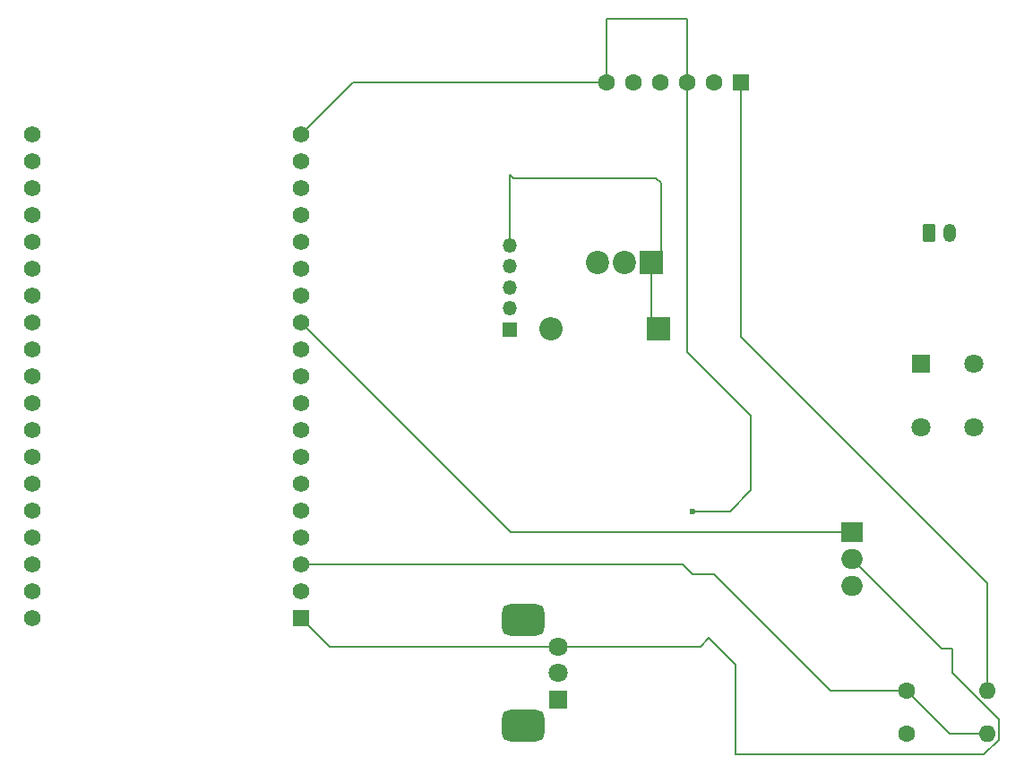
<source format=gbr>
%TF.GenerationSoftware,KiCad,Pcbnew,8.0.7*%
%TF.CreationDate,2025-06-16T00:37:15-04:00*%
%TF.ProjectId,controller,636f6e74-726f-46c6-9c65-722e6b696361,rev?*%
%TF.SameCoordinates,Original*%
%TF.FileFunction,Copper,L2,Bot*%
%TF.FilePolarity,Positive*%
%FSLAX46Y46*%
G04 Gerber Fmt 4.6, Leading zero omitted, Abs format (unit mm)*
G04 Created by KiCad (PCBNEW 8.0.7) date 2025-06-16 00:37:15*
%MOMM*%
%LPD*%
G01*
G04 APERTURE LIST*
G04 Aperture macros list*
%AMRoundRect*
0 Rectangle with rounded corners*
0 $1 Rounding radius*
0 $2 $3 $4 $5 $6 $7 $8 $9 X,Y pos of 4 corners*
0 Add a 4 corners polygon primitive as box body*
4,1,4,$2,$3,$4,$5,$6,$7,$8,$9,$2,$3,0*
0 Add four circle primitives for the rounded corners*
1,1,$1+$1,$2,$3*
1,1,$1+$1,$4,$5*
1,1,$1+$1,$6,$7*
1,1,$1+$1,$8,$9*
0 Add four rect primitives between the rounded corners*
20,1,$1+$1,$2,$3,$4,$5,0*
20,1,$1+$1,$4,$5,$6,$7,0*
20,1,$1+$1,$6,$7,$8,$9,0*
20,1,$1+$1,$8,$9,$2,$3,0*%
G04 Aperture macros list end*
%TA.AperFunction,ComponentPad*%
%ADD10C,1.600000*%
%TD*%
%TA.AperFunction,ComponentPad*%
%ADD11O,1.600000X1.600000*%
%TD*%
%TA.AperFunction,ComponentPad*%
%ADD12R,1.800000X1.800000*%
%TD*%
%TA.AperFunction,ComponentPad*%
%ADD13C,1.800000*%
%TD*%
%TA.AperFunction,ComponentPad*%
%ADD14RoundRect,0.750000X-1.250000X-0.750000X1.250000X-0.750000X1.250000X0.750000X-1.250000X0.750000X0*%
%TD*%
%TA.AperFunction,ComponentPad*%
%ADD15R,2.200000X2.200000*%
%TD*%
%TA.AperFunction,ComponentPad*%
%ADD16C,2.200000*%
%TD*%
%TA.AperFunction,ComponentPad*%
%ADD17R,2.000000X1.905000*%
%TD*%
%TA.AperFunction,ComponentPad*%
%ADD18O,2.000000X1.905000*%
%TD*%
%TA.AperFunction,ComponentPad*%
%ADD19R,1.560000X1.560000*%
%TD*%
%TA.AperFunction,ComponentPad*%
%ADD20C,1.560000*%
%TD*%
%TA.AperFunction,ComponentPad*%
%ADD21RoundRect,0.250000X-0.350000X-0.625000X0.350000X-0.625000X0.350000X0.625000X-0.350000X0.625000X0*%
%TD*%
%TA.AperFunction,ComponentPad*%
%ADD22O,1.200000X1.750000*%
%TD*%
%TA.AperFunction,ComponentPad*%
%ADD23R,1.600200X1.600200*%
%TD*%
%TA.AperFunction,ComponentPad*%
%ADD24C,1.600200*%
%TD*%
%TA.AperFunction,ComponentPad*%
%ADD25R,1.350000X1.350000*%
%TD*%
%TA.AperFunction,ComponentPad*%
%ADD26O,1.350000X1.350000*%
%TD*%
%TA.AperFunction,ComponentPad*%
%ADD27O,2.200000X2.200000*%
%TD*%
%TA.AperFunction,ViaPad*%
%ADD28C,0.600000*%
%TD*%
%TA.AperFunction,Conductor*%
%ADD29C,0.200000*%
%TD*%
G04 APERTURE END LIST*
D10*
%TO.P,R2,1*%
%TO.N,Net-(BT1--)*%
X173690000Y-116550000D03*
D11*
%TO.P,R2,2*%
%TO.N,Net-(U3-SENSOR_VP)*%
X181310000Y-116550000D03*
%TD*%
D12*
%TO.P,RV1,1,1*%
%TO.N,Net-(BT1--)*%
X140775000Y-113300000D03*
D13*
%TO.P,RV1,2,2*%
%TO.N,Net-(U3-IO35)*%
X140775000Y-110800000D03*
%TO.P,RV1,3,3*%
%TO.N,Net-(D1-K)*%
X140775000Y-108300000D03*
D14*
%TO.P,RV1,MP*%
%TO.N,N/C*%
X137475000Y-115800000D03*
X137475000Y-105800000D03*
%TD*%
D15*
%TO.P,J1,1,Pin_1*%
%TO.N,Net-(D1-K)*%
X149580000Y-72000000D03*
D16*
%TO.P,J1,2,Pin_2*%
%TO.N,Net-(D1-A)*%
X147040000Y-72000000D03*
%TO.P,J1,3*%
%TO.N,N/C*%
X144500000Y-72000000D03*
%TD*%
D17*
%TO.P,Q2,1,G*%
%TO.N,Net-(Q2-G)*%
X168500000Y-97460000D03*
D18*
%TO.P,Q2,2,D*%
%TO.N,Net-(D1-K)*%
X168500000Y-100000000D03*
%TO.P,Q2,3,S*%
%TO.N,Net-(BT1--)*%
X168500000Y-102540000D03*
%TD*%
D19*
%TO.P,U3,J2-1,3V3*%
%TO.N,Net-(D1-K)*%
X116500000Y-105620000D03*
D20*
%TO.P,U3,J2-2,EN*%
%TO.N,unconnected-(U3-EN-PadJ2-2)*%
X116500000Y-103080000D03*
%TO.P,U3,J2-3,SENSOR_VP*%
%TO.N,Net-(U3-SENSOR_VP)*%
X116500000Y-100540000D03*
%TO.P,U3,J2-4,SENSOR_VN*%
%TO.N,unconnected-(U3-SENSOR_VN-PadJ2-4)*%
X116500000Y-98000000D03*
%TO.P,U3,J2-5,IO34*%
%TO.N,unconnected-(U3-IO34-PadJ2-5)*%
X116500000Y-95460000D03*
%TO.P,U3,J2-6,IO35*%
%TO.N,Net-(U3-IO35)*%
X116500000Y-92920000D03*
%TO.P,U3,J2-7,IO32*%
%TO.N,Net-(J2-Pin_1)*%
X116500000Y-90380000D03*
%TO.P,U3,J2-8,IO33*%
%TO.N,Net-(J2-Pin_2)*%
X116500000Y-87840000D03*
%TO.P,U3,J2-9,IO25*%
%TO.N,Net-(J2-Pin_3)*%
X116500000Y-85300000D03*
%TO.P,U3,J2-10,IO26*%
%TO.N,unconnected-(U3-IO26-PadJ2-10)*%
X116500000Y-82760000D03*
%TO.P,U3,J2-11,IO27*%
%TO.N,unconnected-(U3-IO27-PadJ2-11)*%
X116500000Y-80220000D03*
%TO.P,U3,J2-12,IO14*%
%TO.N,Net-(Q2-G)*%
X116500000Y-77680000D03*
%TO.P,U3,J2-13,IO12*%
%TO.N,unconnected-(U3-IO12-PadJ2-13)*%
X116500000Y-75140000D03*
%TO.P,U3,J2-14,GND1*%
%TO.N,Net-(BT1--)*%
X116500000Y-72600000D03*
%TO.P,U3,J2-15,IO13*%
%TO.N,unconnected-(U3-IO13-PadJ2-15)*%
X116500000Y-70060000D03*
%TO.P,U3,J2-16,SD2*%
%TO.N,unconnected-(U3-SD2-PadJ2-16)*%
X116500000Y-67520000D03*
%TO.P,U3,J2-17,SD3*%
%TO.N,unconnected-(U3-SD3-PadJ2-17)*%
X116500000Y-64980000D03*
%TO.P,U3,J2-18,CMD*%
%TO.N,unconnected-(U3-CMD-PadJ2-18)*%
X116500000Y-62440000D03*
%TO.P,U3,J2-19,EXT_5V*%
%TO.N,Net-(U1-OUT)*%
X116500000Y-59900000D03*
%TO.P,U3,J3-1,GND3*%
%TO.N,Net-(BT1--)*%
X91100000Y-105620000D03*
%TO.P,U3,J3-2,IO23*%
%TO.N,unconnected-(U3-IO23-PadJ3-2)*%
X91100000Y-103080000D03*
%TO.P,U3,J3-3,IO22*%
%TO.N,unconnected-(U3-IO22-PadJ3-3)*%
X91100000Y-100540000D03*
%TO.P,U3,J3-4,TXD0*%
%TO.N,unconnected-(U3-TXD0-PadJ3-4)*%
X91100000Y-98000000D03*
%TO.P,U3,J3-5,RXD0*%
%TO.N,unconnected-(U3-RXD0-PadJ3-5)*%
X91100000Y-95460000D03*
%TO.P,U3,J3-6,IO21*%
%TO.N,unconnected-(U3-IO21-PadJ3-6)*%
X91100000Y-92920000D03*
%TO.P,U3,J3-7,GND2*%
%TO.N,Net-(BT1--)*%
X91100000Y-90380000D03*
%TO.P,U3,J3-8,IO19*%
%TO.N,unconnected-(U3-IO19-PadJ3-8)*%
X91100000Y-87840000D03*
%TO.P,U3,J3-9,IO18*%
%TO.N,unconnected-(U3-IO18-PadJ3-9)*%
X91100000Y-85300000D03*
%TO.P,U3,J3-10,IO5*%
%TO.N,unconnected-(U3-IO5-PadJ3-10)*%
X91100000Y-82760000D03*
%TO.P,U3,J3-11,IO17*%
%TO.N,unconnected-(U3-IO17-PadJ3-11)*%
X91100000Y-80220000D03*
%TO.P,U3,J3-12,IO16*%
%TO.N,unconnected-(U3-IO16-PadJ3-12)*%
X91100000Y-77680000D03*
%TO.P,U3,J3-13,IO4*%
%TO.N,unconnected-(U3-IO4-PadJ3-13)*%
X91100000Y-75140000D03*
%TO.P,U3,J3-14,IO0*%
%TO.N,unconnected-(U3-IO0-PadJ3-14)*%
X91100000Y-72600000D03*
%TO.P,U3,J3-15,IO2*%
%TO.N,unconnected-(U3-IO2-PadJ3-15)*%
X91100000Y-70060000D03*
%TO.P,U3,J3-16,IO15*%
%TO.N,unconnected-(U3-IO15-PadJ3-16)*%
X91100000Y-67520000D03*
%TO.P,U3,J3-17,SD1*%
%TO.N,unconnected-(U3-SD1-PadJ3-17)*%
X91100000Y-64980000D03*
%TO.P,U3,J3-18,SD0*%
%TO.N,unconnected-(U3-SD0-PadJ3-18)*%
X91100000Y-62440000D03*
%TO.P,U3,J3-19,CLK*%
%TO.N,unconnected-(U3-CLK-PadJ3-19)*%
X91100000Y-59900000D03*
%TD*%
D21*
%TO.P,BT1,1,+*%
%TO.N,Net-(BT1-+)*%
X175772500Y-69222500D03*
D22*
%TO.P,BT1,2,-*%
%TO.N,Net-(BT1--)*%
X177772500Y-69222500D03*
%TD*%
D23*
%TO.P,U4,1,VOUT*%
%TO.N,Net-(U4-VOUT)*%
X158040000Y-55000000D03*
D24*
%TO.P,U4,2,GROUND*%
%TO.N,Net-(BT1--)*%
X155500000Y-55000000D03*
%TO.P,U4,3,VCC*%
%TO.N,Net-(U1-OUT)*%
X152960000Y-55000000D03*
%TO.P,U4,4,V1*%
%TO.N,unconnected-(U4-V1-Pad4)*%
X150420000Y-55000000D03*
%TO.P,U4,5,V2*%
%TO.N,unconnected-(U4-V2-Pad5)*%
X147880000Y-55000000D03*
%TO.P,U4,6,VEX*%
%TO.N,Net-(U1-OUT)*%
X145340000Y-55000000D03*
%TD*%
D25*
%TO.P,J2,1,Pin_1*%
%TO.N,Net-(J2-Pin_1)*%
X136170000Y-78350000D03*
D26*
%TO.P,J2,2,Pin_2*%
%TO.N,Net-(J2-Pin_2)*%
X136170000Y-76350000D03*
%TO.P,J2,3,Pin_3*%
%TO.N,Net-(J2-Pin_3)*%
X136170000Y-74350000D03*
%TO.P,J2,4,Pin_4*%
%TO.N,Net-(BT1--)*%
X136170000Y-72350000D03*
%TO.P,J2,5,Pin_5*%
%TO.N,Net-(D1-K)*%
X136170000Y-70350000D03*
%TD*%
D10*
%TO.P,R1,1*%
%TO.N,Net-(U3-SENSOR_VP)*%
X173690000Y-112500000D03*
D11*
%TO.P,R1,2*%
%TO.N,Net-(U4-VOUT)*%
X181310000Y-112500000D03*
%TD*%
D12*
%TO.P,SW1,1,A*%
%TO.N,Net-(BT1-+)*%
X175077500Y-81577500D03*
D13*
%TO.P,SW1,2,B*%
%TO.N,Net-(SW1-B)*%
X180077500Y-81577500D03*
%TO.P,SW1,3*%
%TO.N,N/C*%
X175077500Y-87577500D03*
%TO.P,SW1,4*%
X180077500Y-87577500D03*
%TD*%
D15*
%TO.P,D1,1,K*%
%TO.N,Net-(D1-K)*%
X150230000Y-78250000D03*
D27*
%TO.P,D1,2,A*%
%TO.N,Net-(D1-A)*%
X140070000Y-78250000D03*
%TD*%
D28*
%TO.N,Net-(U1-OUT)*%
X153500000Y-95500000D03*
%TD*%
D29*
%TO.N,Net-(D1-K)*%
X119180000Y-108300000D02*
X116500000Y-105620000D01*
X136500000Y-64000000D02*
X150000000Y-64000000D01*
X177000000Y-108500000D02*
X168500000Y-100000000D01*
X182410000Y-117090000D02*
X182410000Y-115155635D01*
X149580000Y-77600000D02*
X150230000Y-78250000D01*
X154200000Y-108300000D02*
X155000000Y-107500000D01*
X140775000Y-108300000D02*
X119180000Y-108300000D01*
X140775000Y-108300000D02*
X154200000Y-108300000D01*
X157500000Y-110000000D02*
X157500000Y-118500000D01*
X150000000Y-64000000D02*
X150480000Y-64480000D01*
X150480000Y-71100000D02*
X149580000Y-72000000D01*
X157500000Y-118500000D02*
X181000000Y-118500000D01*
X150480000Y-64480000D02*
X150480000Y-71100000D01*
X149580000Y-72000000D02*
X149580000Y-77600000D01*
X181000000Y-118500000D02*
X182410000Y-117090000D01*
X178000000Y-108500000D02*
X177000000Y-108500000D01*
X155000000Y-107500000D02*
X157500000Y-110000000D01*
X136170000Y-70350000D02*
X136170000Y-63670000D01*
X178000000Y-110745635D02*
X178000000Y-108500000D01*
X182410000Y-115155635D02*
X178000000Y-110745635D01*
X136170000Y-63670000D02*
X136500000Y-64000000D01*
%TO.N,Net-(U4-VOUT)*%
X158040000Y-79040000D02*
X158040000Y-55000000D01*
X181310000Y-112500000D02*
X181310000Y-102310000D01*
X181310000Y-102310000D02*
X158040000Y-79040000D01*
%TO.N,Net-(Q2-G)*%
X136280000Y-97460000D02*
X168500000Y-97460000D01*
X116500000Y-77680000D02*
X136280000Y-97460000D01*
%TO.N,Net-(U3-SENSOR_VP)*%
X153500000Y-101500000D02*
X152540000Y-100540000D01*
X166500000Y-112500000D02*
X155500000Y-101500000D01*
X152540000Y-100540000D02*
X116500000Y-100540000D01*
X181310000Y-116550000D02*
X177740000Y-116550000D01*
X173690000Y-112500000D02*
X166500000Y-112500000D01*
X177740000Y-116550000D02*
X173690000Y-112500000D01*
X155500000Y-101500000D02*
X153500000Y-101500000D01*
%TO.N,Net-(U1-OUT)*%
X145340000Y-49000000D02*
X152960000Y-49000000D01*
X157000000Y-95500000D02*
X153500000Y-95500000D01*
X152960000Y-80460000D02*
X159000000Y-86500000D01*
X159000000Y-86500000D02*
X159000000Y-93500000D01*
X145340000Y-55000000D02*
X145340000Y-49000000D01*
X152960000Y-55000000D02*
X152960000Y-80460000D01*
X121400000Y-55000000D02*
X116500000Y-59900000D01*
X152960000Y-49000000D02*
X152960000Y-55000000D01*
X159000000Y-93500000D02*
X157000000Y-95500000D01*
X145340000Y-55000000D02*
X121400000Y-55000000D01*
%TD*%
M02*

</source>
